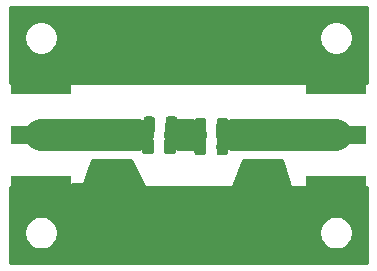
<source format=gbr>
G04 #@! TF.GenerationSoftware,KiCad,Pcbnew,(5.0.2)-1*
G04 #@! TF.CreationDate,2019-06-26T13:49:51+02:00*
G04 #@! TF.ProjectId,2.0,322e302e-6b69-4636-9164-5f7063625858,rev?*
G04 #@! TF.SameCoordinates,Original*
G04 #@! TF.FileFunction,Copper,L1,Top*
G04 #@! TF.FilePolarity,Positive*
%FSLAX46Y46*%
G04 Gerber Fmt 4.6, Leading zero omitted, Abs format (unit mm)*
G04 Created by KiCad (PCBNEW (5.0.2)-1) date 06/26/19 13:49:51*
%MOMM*%
%LPD*%
G01*
G04 APERTURE LIST*
G04 #@! TA.AperFunction,Conductor*
%ADD10C,0.100000*%
G04 #@! TD*
G04 #@! TA.AperFunction,SMDPad,CuDef*
%ADD11C,0.975000*%
G04 #@! TD*
G04 #@! TA.AperFunction,SMDPad,CuDef*
%ADD12R,5.080000X1.500000*%
G04 #@! TD*
G04 #@! TA.AperFunction,ViaPad*
%ADD13C,0.800000*%
G04 #@! TD*
G04 #@! TA.AperFunction,Conductor*
%ADD14C,2.750000*%
G04 #@! TD*
G04 #@! TA.AperFunction,Conductor*
%ADD15C,1.000000*%
G04 #@! TD*
G04 #@! TA.AperFunction,Conductor*
%ADD16C,0.254000*%
G04 #@! TD*
G04 APERTURE END LIST*
D10*
G04 #@! TO.N,Net-(C1-Pad1)*
G04 #@! TO.C,C1*
G36*
X120230142Y-97326174D02*
X120253803Y-97329684D01*
X120277007Y-97335496D01*
X120299529Y-97343554D01*
X120321153Y-97353782D01*
X120341670Y-97366079D01*
X120360883Y-97380329D01*
X120378607Y-97396393D01*
X120394671Y-97414117D01*
X120408921Y-97433330D01*
X120421218Y-97453847D01*
X120431446Y-97475471D01*
X120439504Y-97497993D01*
X120445316Y-97521197D01*
X120448826Y-97544858D01*
X120450000Y-97568750D01*
X120450000Y-98056250D01*
X120448826Y-98080142D01*
X120445316Y-98103803D01*
X120439504Y-98127007D01*
X120431446Y-98149529D01*
X120421218Y-98171153D01*
X120408921Y-98191670D01*
X120394671Y-98210883D01*
X120378607Y-98228607D01*
X120360883Y-98244671D01*
X120341670Y-98258921D01*
X120321153Y-98271218D01*
X120299529Y-98281446D01*
X120277007Y-98289504D01*
X120253803Y-98295316D01*
X120230142Y-98298826D01*
X120206250Y-98300000D01*
X119293750Y-98300000D01*
X119269858Y-98298826D01*
X119246197Y-98295316D01*
X119222993Y-98289504D01*
X119200471Y-98281446D01*
X119178847Y-98271218D01*
X119158330Y-98258921D01*
X119139117Y-98244671D01*
X119121393Y-98228607D01*
X119105329Y-98210883D01*
X119091079Y-98191670D01*
X119078782Y-98171153D01*
X119068554Y-98149529D01*
X119060496Y-98127007D01*
X119054684Y-98103803D01*
X119051174Y-98080142D01*
X119050000Y-98056250D01*
X119050000Y-97568750D01*
X119051174Y-97544858D01*
X119054684Y-97521197D01*
X119060496Y-97497993D01*
X119068554Y-97475471D01*
X119078782Y-97453847D01*
X119091079Y-97433330D01*
X119105329Y-97414117D01*
X119121393Y-97396393D01*
X119139117Y-97380329D01*
X119158330Y-97366079D01*
X119178847Y-97353782D01*
X119200471Y-97343554D01*
X119222993Y-97335496D01*
X119246197Y-97329684D01*
X119269858Y-97326174D01*
X119293750Y-97325000D01*
X120206250Y-97325000D01*
X120230142Y-97326174D01*
X120230142Y-97326174D01*
G37*
D11*
G04 #@! TD*
G04 #@! TO.P,C1,1*
G04 #@! TO.N,Net-(C1-Pad1)*
X119750000Y-97812500D03*
D10*
G04 #@! TO.N,Earth*
G04 #@! TO.C,C1*
G36*
X120230142Y-99201174D02*
X120253803Y-99204684D01*
X120277007Y-99210496D01*
X120299529Y-99218554D01*
X120321153Y-99228782D01*
X120341670Y-99241079D01*
X120360883Y-99255329D01*
X120378607Y-99271393D01*
X120394671Y-99289117D01*
X120408921Y-99308330D01*
X120421218Y-99328847D01*
X120431446Y-99350471D01*
X120439504Y-99372993D01*
X120445316Y-99396197D01*
X120448826Y-99419858D01*
X120450000Y-99443750D01*
X120450000Y-99931250D01*
X120448826Y-99955142D01*
X120445316Y-99978803D01*
X120439504Y-100002007D01*
X120431446Y-100024529D01*
X120421218Y-100046153D01*
X120408921Y-100066670D01*
X120394671Y-100085883D01*
X120378607Y-100103607D01*
X120360883Y-100119671D01*
X120341670Y-100133921D01*
X120321153Y-100146218D01*
X120299529Y-100156446D01*
X120277007Y-100164504D01*
X120253803Y-100170316D01*
X120230142Y-100173826D01*
X120206250Y-100175000D01*
X119293750Y-100175000D01*
X119269858Y-100173826D01*
X119246197Y-100170316D01*
X119222993Y-100164504D01*
X119200471Y-100156446D01*
X119178847Y-100146218D01*
X119158330Y-100133921D01*
X119139117Y-100119671D01*
X119121393Y-100103607D01*
X119105329Y-100085883D01*
X119091079Y-100066670D01*
X119078782Y-100046153D01*
X119068554Y-100024529D01*
X119060496Y-100002007D01*
X119054684Y-99978803D01*
X119051174Y-99955142D01*
X119050000Y-99931250D01*
X119050000Y-99443750D01*
X119051174Y-99419858D01*
X119054684Y-99396197D01*
X119060496Y-99372993D01*
X119068554Y-99350471D01*
X119078782Y-99328847D01*
X119091079Y-99308330D01*
X119105329Y-99289117D01*
X119121393Y-99271393D01*
X119139117Y-99255329D01*
X119158330Y-99241079D01*
X119178847Y-99228782D01*
X119200471Y-99218554D01*
X119222993Y-99210496D01*
X119246197Y-99204684D01*
X119269858Y-99201174D01*
X119293750Y-99200000D01*
X120206250Y-99200000D01*
X120230142Y-99201174D01*
X120230142Y-99201174D01*
G37*
D11*
G04 #@! TD*
G04 #@! TO.P,C1,2*
G04 #@! TO.N,Earth*
X119750000Y-99687500D03*
D10*
G04 #@! TO.N,Net-(C1-Pad1)*
G04 #@! TO.C,C2*
G36*
X122081962Y-97228725D02*
X122105623Y-97232235D01*
X122128827Y-97238047D01*
X122151349Y-97246105D01*
X122172973Y-97256333D01*
X122193490Y-97268630D01*
X122212703Y-97282880D01*
X122230427Y-97298944D01*
X122246491Y-97316668D01*
X122260741Y-97335881D01*
X122273038Y-97356398D01*
X122283266Y-97378022D01*
X122291324Y-97400544D01*
X122297136Y-97423748D01*
X122300646Y-97447409D01*
X122301820Y-97471301D01*
X122301820Y-98383801D01*
X122300646Y-98407693D01*
X122297136Y-98431354D01*
X122291324Y-98454558D01*
X122283266Y-98477080D01*
X122273038Y-98498704D01*
X122260741Y-98519221D01*
X122246491Y-98538434D01*
X122230427Y-98556158D01*
X122212703Y-98572222D01*
X122193490Y-98586472D01*
X122172973Y-98598769D01*
X122151349Y-98608997D01*
X122128827Y-98617055D01*
X122105623Y-98622867D01*
X122081962Y-98626377D01*
X122058070Y-98627551D01*
X121570570Y-98627551D01*
X121546678Y-98626377D01*
X121523017Y-98622867D01*
X121499813Y-98617055D01*
X121477291Y-98608997D01*
X121455667Y-98598769D01*
X121435150Y-98586472D01*
X121415937Y-98572222D01*
X121398213Y-98556158D01*
X121382149Y-98538434D01*
X121367899Y-98519221D01*
X121355602Y-98498704D01*
X121345374Y-98477080D01*
X121337316Y-98454558D01*
X121331504Y-98431354D01*
X121327994Y-98407693D01*
X121326820Y-98383801D01*
X121326820Y-97471301D01*
X121327994Y-97447409D01*
X121331504Y-97423748D01*
X121337316Y-97400544D01*
X121345374Y-97378022D01*
X121355602Y-97356398D01*
X121367899Y-97335881D01*
X121382149Y-97316668D01*
X121398213Y-97298944D01*
X121415937Y-97282880D01*
X121435150Y-97268630D01*
X121455667Y-97256333D01*
X121477291Y-97246105D01*
X121499813Y-97238047D01*
X121523017Y-97232235D01*
X121546678Y-97228725D01*
X121570570Y-97227551D01*
X122058070Y-97227551D01*
X122081962Y-97228725D01*
X122081962Y-97228725D01*
G37*
D11*
G04 #@! TD*
G04 #@! TO.P,C2,2*
G04 #@! TO.N,Net-(C1-Pad1)*
X121814320Y-97927551D03*
D10*
G04 #@! TO.N,Net-(C2-Pad1)*
G04 #@! TO.C,C2*
G36*
X123956962Y-97228725D02*
X123980623Y-97232235D01*
X124003827Y-97238047D01*
X124026349Y-97246105D01*
X124047973Y-97256333D01*
X124068490Y-97268630D01*
X124087703Y-97282880D01*
X124105427Y-97298944D01*
X124121491Y-97316668D01*
X124135741Y-97335881D01*
X124148038Y-97356398D01*
X124158266Y-97378022D01*
X124166324Y-97400544D01*
X124172136Y-97423748D01*
X124175646Y-97447409D01*
X124176820Y-97471301D01*
X124176820Y-98383801D01*
X124175646Y-98407693D01*
X124172136Y-98431354D01*
X124166324Y-98454558D01*
X124158266Y-98477080D01*
X124148038Y-98498704D01*
X124135741Y-98519221D01*
X124121491Y-98538434D01*
X124105427Y-98556158D01*
X124087703Y-98572222D01*
X124068490Y-98586472D01*
X124047973Y-98598769D01*
X124026349Y-98608997D01*
X124003827Y-98617055D01*
X123980623Y-98622867D01*
X123956962Y-98626377D01*
X123933070Y-98627551D01*
X123445570Y-98627551D01*
X123421678Y-98626377D01*
X123398017Y-98622867D01*
X123374813Y-98617055D01*
X123352291Y-98608997D01*
X123330667Y-98598769D01*
X123310150Y-98586472D01*
X123290937Y-98572222D01*
X123273213Y-98556158D01*
X123257149Y-98538434D01*
X123242899Y-98519221D01*
X123230602Y-98498704D01*
X123220374Y-98477080D01*
X123212316Y-98454558D01*
X123206504Y-98431354D01*
X123202994Y-98407693D01*
X123201820Y-98383801D01*
X123201820Y-97471301D01*
X123202994Y-97447409D01*
X123206504Y-97423748D01*
X123212316Y-97400544D01*
X123220374Y-97378022D01*
X123230602Y-97356398D01*
X123242899Y-97335881D01*
X123257149Y-97316668D01*
X123273213Y-97298944D01*
X123290937Y-97282880D01*
X123310150Y-97268630D01*
X123330667Y-97256333D01*
X123352291Y-97246105D01*
X123374813Y-97238047D01*
X123398017Y-97232235D01*
X123421678Y-97228725D01*
X123445570Y-97227551D01*
X123933070Y-97227551D01*
X123956962Y-97228725D01*
X123956962Y-97228725D01*
G37*
D11*
G04 #@! TD*
G04 #@! TO.P,C2,1*
G04 #@! TO.N,Net-(C2-Pad1)*
X123689320Y-97927551D03*
D10*
G04 #@! TO.N,Net-(C3-Pad1)*
G04 #@! TO.C,C3*
G36*
X128378222Y-97301174D02*
X128401883Y-97304684D01*
X128425087Y-97310496D01*
X128447609Y-97318554D01*
X128469233Y-97328782D01*
X128489750Y-97341079D01*
X128508963Y-97355329D01*
X128526687Y-97371393D01*
X128542751Y-97389117D01*
X128557001Y-97408330D01*
X128569298Y-97428847D01*
X128579526Y-97450471D01*
X128587584Y-97472993D01*
X128593396Y-97496197D01*
X128596906Y-97519858D01*
X128598080Y-97543750D01*
X128598080Y-98456250D01*
X128596906Y-98480142D01*
X128593396Y-98503803D01*
X128587584Y-98527007D01*
X128579526Y-98549529D01*
X128569298Y-98571153D01*
X128557001Y-98591670D01*
X128542751Y-98610883D01*
X128526687Y-98628607D01*
X128508963Y-98644671D01*
X128489750Y-98658921D01*
X128469233Y-98671218D01*
X128447609Y-98681446D01*
X128425087Y-98689504D01*
X128401883Y-98695316D01*
X128378222Y-98698826D01*
X128354330Y-98700000D01*
X127866830Y-98700000D01*
X127842938Y-98698826D01*
X127819277Y-98695316D01*
X127796073Y-98689504D01*
X127773551Y-98681446D01*
X127751927Y-98671218D01*
X127731410Y-98658921D01*
X127712197Y-98644671D01*
X127694473Y-98628607D01*
X127678409Y-98610883D01*
X127664159Y-98591670D01*
X127651862Y-98571153D01*
X127641634Y-98549529D01*
X127633576Y-98527007D01*
X127627764Y-98503803D01*
X127624254Y-98480142D01*
X127623080Y-98456250D01*
X127623080Y-97543750D01*
X127624254Y-97519858D01*
X127627764Y-97496197D01*
X127633576Y-97472993D01*
X127641634Y-97450471D01*
X127651862Y-97428847D01*
X127664159Y-97408330D01*
X127678409Y-97389117D01*
X127694473Y-97371393D01*
X127712197Y-97355329D01*
X127731410Y-97341079D01*
X127751927Y-97328782D01*
X127773551Y-97318554D01*
X127796073Y-97310496D01*
X127819277Y-97304684D01*
X127842938Y-97301174D01*
X127866830Y-97300000D01*
X128354330Y-97300000D01*
X128378222Y-97301174D01*
X128378222Y-97301174D01*
G37*
D11*
G04 #@! TD*
G04 #@! TO.P,C3,1*
G04 #@! TO.N,Net-(C3-Pad1)*
X128110580Y-98000000D03*
D10*
G04 #@! TO.N,Net-(C2-Pad1)*
G04 #@! TO.C,C3*
G36*
X126503222Y-97301174D02*
X126526883Y-97304684D01*
X126550087Y-97310496D01*
X126572609Y-97318554D01*
X126594233Y-97328782D01*
X126614750Y-97341079D01*
X126633963Y-97355329D01*
X126651687Y-97371393D01*
X126667751Y-97389117D01*
X126682001Y-97408330D01*
X126694298Y-97428847D01*
X126704526Y-97450471D01*
X126712584Y-97472993D01*
X126718396Y-97496197D01*
X126721906Y-97519858D01*
X126723080Y-97543750D01*
X126723080Y-98456250D01*
X126721906Y-98480142D01*
X126718396Y-98503803D01*
X126712584Y-98527007D01*
X126704526Y-98549529D01*
X126694298Y-98571153D01*
X126682001Y-98591670D01*
X126667751Y-98610883D01*
X126651687Y-98628607D01*
X126633963Y-98644671D01*
X126614750Y-98658921D01*
X126594233Y-98671218D01*
X126572609Y-98681446D01*
X126550087Y-98689504D01*
X126526883Y-98695316D01*
X126503222Y-98698826D01*
X126479330Y-98700000D01*
X125991830Y-98700000D01*
X125967938Y-98698826D01*
X125944277Y-98695316D01*
X125921073Y-98689504D01*
X125898551Y-98681446D01*
X125876927Y-98671218D01*
X125856410Y-98658921D01*
X125837197Y-98644671D01*
X125819473Y-98628607D01*
X125803409Y-98610883D01*
X125789159Y-98591670D01*
X125776862Y-98571153D01*
X125766634Y-98549529D01*
X125758576Y-98527007D01*
X125752764Y-98503803D01*
X125749254Y-98480142D01*
X125748080Y-98456250D01*
X125748080Y-97543750D01*
X125749254Y-97519858D01*
X125752764Y-97496197D01*
X125758576Y-97472993D01*
X125766634Y-97450471D01*
X125776862Y-97428847D01*
X125789159Y-97408330D01*
X125803409Y-97389117D01*
X125819473Y-97371393D01*
X125837197Y-97355329D01*
X125856410Y-97341079D01*
X125876927Y-97328782D01*
X125898551Y-97318554D01*
X125921073Y-97310496D01*
X125944277Y-97304684D01*
X125967938Y-97301174D01*
X125991830Y-97300000D01*
X126479330Y-97300000D01*
X126503222Y-97301174D01*
X126503222Y-97301174D01*
G37*
D11*
G04 #@! TD*
G04 #@! TO.P,C3,2*
G04 #@! TO.N,Net-(C2-Pad1)*
X126235580Y-98000000D03*
D10*
G04 #@! TO.N,Earth*
G04 #@! TO.C,C4*
G36*
X132980142Y-99201174D02*
X133003803Y-99204684D01*
X133027007Y-99210496D01*
X133049529Y-99218554D01*
X133071153Y-99228782D01*
X133091670Y-99241079D01*
X133110883Y-99255329D01*
X133128607Y-99271393D01*
X133144671Y-99289117D01*
X133158921Y-99308330D01*
X133171218Y-99328847D01*
X133181446Y-99350471D01*
X133189504Y-99372993D01*
X133195316Y-99396197D01*
X133198826Y-99419858D01*
X133200000Y-99443750D01*
X133200000Y-99931250D01*
X133198826Y-99955142D01*
X133195316Y-99978803D01*
X133189504Y-100002007D01*
X133181446Y-100024529D01*
X133171218Y-100046153D01*
X133158921Y-100066670D01*
X133144671Y-100085883D01*
X133128607Y-100103607D01*
X133110883Y-100119671D01*
X133091670Y-100133921D01*
X133071153Y-100146218D01*
X133049529Y-100156446D01*
X133027007Y-100164504D01*
X133003803Y-100170316D01*
X132980142Y-100173826D01*
X132956250Y-100175000D01*
X132043750Y-100175000D01*
X132019858Y-100173826D01*
X131996197Y-100170316D01*
X131972993Y-100164504D01*
X131950471Y-100156446D01*
X131928847Y-100146218D01*
X131908330Y-100133921D01*
X131889117Y-100119671D01*
X131871393Y-100103607D01*
X131855329Y-100085883D01*
X131841079Y-100066670D01*
X131828782Y-100046153D01*
X131818554Y-100024529D01*
X131810496Y-100002007D01*
X131804684Y-99978803D01*
X131801174Y-99955142D01*
X131800000Y-99931250D01*
X131800000Y-99443750D01*
X131801174Y-99419858D01*
X131804684Y-99396197D01*
X131810496Y-99372993D01*
X131818554Y-99350471D01*
X131828782Y-99328847D01*
X131841079Y-99308330D01*
X131855329Y-99289117D01*
X131871393Y-99271393D01*
X131889117Y-99255329D01*
X131908330Y-99241079D01*
X131928847Y-99228782D01*
X131950471Y-99218554D01*
X131972993Y-99210496D01*
X131996197Y-99204684D01*
X132019858Y-99201174D01*
X132043750Y-99200000D01*
X132956250Y-99200000D01*
X132980142Y-99201174D01*
X132980142Y-99201174D01*
G37*
D11*
G04 #@! TD*
G04 #@! TO.P,C4,2*
G04 #@! TO.N,Earth*
X132500000Y-99687500D03*
D10*
G04 #@! TO.N,Net-(C3-Pad1)*
G04 #@! TO.C,C4*
G36*
X132980142Y-97326174D02*
X133003803Y-97329684D01*
X133027007Y-97335496D01*
X133049529Y-97343554D01*
X133071153Y-97353782D01*
X133091670Y-97366079D01*
X133110883Y-97380329D01*
X133128607Y-97396393D01*
X133144671Y-97414117D01*
X133158921Y-97433330D01*
X133171218Y-97453847D01*
X133181446Y-97475471D01*
X133189504Y-97497993D01*
X133195316Y-97521197D01*
X133198826Y-97544858D01*
X133200000Y-97568750D01*
X133200000Y-98056250D01*
X133198826Y-98080142D01*
X133195316Y-98103803D01*
X133189504Y-98127007D01*
X133181446Y-98149529D01*
X133171218Y-98171153D01*
X133158921Y-98191670D01*
X133144671Y-98210883D01*
X133128607Y-98228607D01*
X133110883Y-98244671D01*
X133091670Y-98258921D01*
X133071153Y-98271218D01*
X133049529Y-98281446D01*
X133027007Y-98289504D01*
X133003803Y-98295316D01*
X132980142Y-98298826D01*
X132956250Y-98300000D01*
X132043750Y-98300000D01*
X132019858Y-98298826D01*
X131996197Y-98295316D01*
X131972993Y-98289504D01*
X131950471Y-98281446D01*
X131928847Y-98271218D01*
X131908330Y-98258921D01*
X131889117Y-98244671D01*
X131871393Y-98228607D01*
X131855329Y-98210883D01*
X131841079Y-98191670D01*
X131828782Y-98171153D01*
X131818554Y-98149529D01*
X131810496Y-98127007D01*
X131804684Y-98103803D01*
X131801174Y-98080142D01*
X131800000Y-98056250D01*
X131800000Y-97568750D01*
X131801174Y-97544858D01*
X131804684Y-97521197D01*
X131810496Y-97497993D01*
X131818554Y-97475471D01*
X131828782Y-97453847D01*
X131841079Y-97433330D01*
X131855329Y-97414117D01*
X131871393Y-97396393D01*
X131889117Y-97380329D01*
X131908330Y-97366079D01*
X131928847Y-97353782D01*
X131950471Y-97343554D01*
X131972993Y-97335496D01*
X131996197Y-97329684D01*
X132019858Y-97326174D01*
X132043750Y-97325000D01*
X132956250Y-97325000D01*
X132980142Y-97326174D01*
X132980142Y-97326174D01*
G37*
D11*
G04 #@! TD*
G04 #@! TO.P,C4,1*
G04 #@! TO.N,Net-(C3-Pad1)*
X132500000Y-97812500D03*
D12*
G04 #@! TO.P,ENTRADA,2*
G04 #@! TO.N,Earth*
X112750000Y-92750000D03*
X112750000Y-101250000D03*
G04 #@! TO.P,ENTRADA,1*
G04 #@! TO.N,Net-(C1-Pad1)*
X112750000Y-97000000D03*
G04 #@! TD*
G04 #@! TO.P,SALIDA,1*
G04 #@! TO.N,Net-(C3-Pad1)*
X137750000Y-97000000D03*
G04 #@! TO.P,SALIDA,2*
G04 #@! TO.N,Earth*
X137750000Y-92750000D03*
X137750000Y-101250000D03*
G04 #@! TD*
D10*
G04 #@! TO.N,Net-(C1-Pad1)*
G04 #@! TO.C,L1*
G36*
X118230142Y-97326174D02*
X118253803Y-97329684D01*
X118277007Y-97335496D01*
X118299529Y-97343554D01*
X118321153Y-97353782D01*
X118341670Y-97366079D01*
X118360883Y-97380329D01*
X118378607Y-97396393D01*
X118394671Y-97414117D01*
X118408921Y-97433330D01*
X118421218Y-97453847D01*
X118431446Y-97475471D01*
X118439504Y-97497993D01*
X118445316Y-97521197D01*
X118448826Y-97544858D01*
X118450000Y-97568750D01*
X118450000Y-98056250D01*
X118448826Y-98080142D01*
X118445316Y-98103803D01*
X118439504Y-98127007D01*
X118431446Y-98149529D01*
X118421218Y-98171153D01*
X118408921Y-98191670D01*
X118394671Y-98210883D01*
X118378607Y-98228607D01*
X118360883Y-98244671D01*
X118341670Y-98258921D01*
X118321153Y-98271218D01*
X118299529Y-98281446D01*
X118277007Y-98289504D01*
X118253803Y-98295316D01*
X118230142Y-98298826D01*
X118206250Y-98300000D01*
X117293750Y-98300000D01*
X117269858Y-98298826D01*
X117246197Y-98295316D01*
X117222993Y-98289504D01*
X117200471Y-98281446D01*
X117178847Y-98271218D01*
X117158330Y-98258921D01*
X117139117Y-98244671D01*
X117121393Y-98228607D01*
X117105329Y-98210883D01*
X117091079Y-98191670D01*
X117078782Y-98171153D01*
X117068554Y-98149529D01*
X117060496Y-98127007D01*
X117054684Y-98103803D01*
X117051174Y-98080142D01*
X117050000Y-98056250D01*
X117050000Y-97568750D01*
X117051174Y-97544858D01*
X117054684Y-97521197D01*
X117060496Y-97497993D01*
X117068554Y-97475471D01*
X117078782Y-97453847D01*
X117091079Y-97433330D01*
X117105329Y-97414117D01*
X117121393Y-97396393D01*
X117139117Y-97380329D01*
X117158330Y-97366079D01*
X117178847Y-97353782D01*
X117200471Y-97343554D01*
X117222993Y-97335496D01*
X117246197Y-97329684D01*
X117269858Y-97326174D01*
X117293750Y-97325000D01*
X118206250Y-97325000D01*
X118230142Y-97326174D01*
X118230142Y-97326174D01*
G37*
D11*
G04 #@! TD*
G04 #@! TO.P,L1,1*
G04 #@! TO.N,Net-(C1-Pad1)*
X117750000Y-97812500D03*
D10*
G04 #@! TO.N,Earth*
G04 #@! TO.C,L1*
G36*
X118230142Y-99201174D02*
X118253803Y-99204684D01*
X118277007Y-99210496D01*
X118299529Y-99218554D01*
X118321153Y-99228782D01*
X118341670Y-99241079D01*
X118360883Y-99255329D01*
X118378607Y-99271393D01*
X118394671Y-99289117D01*
X118408921Y-99308330D01*
X118421218Y-99328847D01*
X118431446Y-99350471D01*
X118439504Y-99372993D01*
X118445316Y-99396197D01*
X118448826Y-99419858D01*
X118450000Y-99443750D01*
X118450000Y-99931250D01*
X118448826Y-99955142D01*
X118445316Y-99978803D01*
X118439504Y-100002007D01*
X118431446Y-100024529D01*
X118421218Y-100046153D01*
X118408921Y-100066670D01*
X118394671Y-100085883D01*
X118378607Y-100103607D01*
X118360883Y-100119671D01*
X118341670Y-100133921D01*
X118321153Y-100146218D01*
X118299529Y-100156446D01*
X118277007Y-100164504D01*
X118253803Y-100170316D01*
X118230142Y-100173826D01*
X118206250Y-100175000D01*
X117293750Y-100175000D01*
X117269858Y-100173826D01*
X117246197Y-100170316D01*
X117222993Y-100164504D01*
X117200471Y-100156446D01*
X117178847Y-100146218D01*
X117158330Y-100133921D01*
X117139117Y-100119671D01*
X117121393Y-100103607D01*
X117105329Y-100085883D01*
X117091079Y-100066670D01*
X117078782Y-100046153D01*
X117068554Y-100024529D01*
X117060496Y-100002007D01*
X117054684Y-99978803D01*
X117051174Y-99955142D01*
X117050000Y-99931250D01*
X117050000Y-99443750D01*
X117051174Y-99419858D01*
X117054684Y-99396197D01*
X117060496Y-99372993D01*
X117068554Y-99350471D01*
X117078782Y-99328847D01*
X117091079Y-99308330D01*
X117105329Y-99289117D01*
X117121393Y-99271393D01*
X117139117Y-99255329D01*
X117158330Y-99241079D01*
X117178847Y-99228782D01*
X117200471Y-99218554D01*
X117222993Y-99210496D01*
X117246197Y-99204684D01*
X117269858Y-99201174D01*
X117293750Y-99200000D01*
X118206250Y-99200000D01*
X118230142Y-99201174D01*
X118230142Y-99201174D01*
G37*
D11*
G04 #@! TD*
G04 #@! TO.P,L1,2*
G04 #@! TO.N,Earth*
X117750000Y-99687500D03*
D10*
G04 #@! TO.N,Net-(C2-Pad1)*
G04 #@! TO.C,L2*
G36*
X124071963Y-95413726D02*
X124095624Y-95417236D01*
X124118828Y-95423048D01*
X124141350Y-95431106D01*
X124162974Y-95441334D01*
X124183491Y-95453631D01*
X124202704Y-95467881D01*
X124220428Y-95483945D01*
X124236492Y-95501669D01*
X124250742Y-95520882D01*
X124263039Y-95541399D01*
X124273267Y-95563023D01*
X124281325Y-95585545D01*
X124287137Y-95608749D01*
X124290647Y-95632410D01*
X124291821Y-95656302D01*
X124291821Y-96568802D01*
X124290647Y-96592694D01*
X124287137Y-96616355D01*
X124281325Y-96639559D01*
X124273267Y-96662081D01*
X124263039Y-96683705D01*
X124250742Y-96704222D01*
X124236492Y-96723435D01*
X124220428Y-96741159D01*
X124202704Y-96757223D01*
X124183491Y-96771473D01*
X124162974Y-96783770D01*
X124141350Y-96793998D01*
X124118828Y-96802056D01*
X124095624Y-96807868D01*
X124071963Y-96811378D01*
X124048071Y-96812552D01*
X123560571Y-96812552D01*
X123536679Y-96811378D01*
X123513018Y-96807868D01*
X123489814Y-96802056D01*
X123467292Y-96793998D01*
X123445668Y-96783770D01*
X123425151Y-96771473D01*
X123405938Y-96757223D01*
X123388214Y-96741159D01*
X123372150Y-96723435D01*
X123357900Y-96704222D01*
X123345603Y-96683705D01*
X123335375Y-96662081D01*
X123327317Y-96639559D01*
X123321505Y-96616355D01*
X123317995Y-96592694D01*
X123316821Y-96568802D01*
X123316821Y-95656302D01*
X123317995Y-95632410D01*
X123321505Y-95608749D01*
X123327317Y-95585545D01*
X123335375Y-95563023D01*
X123345603Y-95541399D01*
X123357900Y-95520882D01*
X123372150Y-95501669D01*
X123388214Y-95483945D01*
X123405938Y-95467881D01*
X123425151Y-95453631D01*
X123445668Y-95441334D01*
X123467292Y-95431106D01*
X123489814Y-95423048D01*
X123513018Y-95417236D01*
X123536679Y-95413726D01*
X123560571Y-95412552D01*
X124048071Y-95412552D01*
X124071963Y-95413726D01*
X124071963Y-95413726D01*
G37*
D11*
G04 #@! TD*
G04 #@! TO.P,L2,2*
G04 #@! TO.N,Net-(C2-Pad1)*
X123804321Y-96112552D03*
D10*
G04 #@! TO.N,Net-(C1-Pad1)*
G04 #@! TO.C,L2*
G36*
X122196963Y-95413726D02*
X122220624Y-95417236D01*
X122243828Y-95423048D01*
X122266350Y-95431106D01*
X122287974Y-95441334D01*
X122308491Y-95453631D01*
X122327704Y-95467881D01*
X122345428Y-95483945D01*
X122361492Y-95501669D01*
X122375742Y-95520882D01*
X122388039Y-95541399D01*
X122398267Y-95563023D01*
X122406325Y-95585545D01*
X122412137Y-95608749D01*
X122415647Y-95632410D01*
X122416821Y-95656302D01*
X122416821Y-96568802D01*
X122415647Y-96592694D01*
X122412137Y-96616355D01*
X122406325Y-96639559D01*
X122398267Y-96662081D01*
X122388039Y-96683705D01*
X122375742Y-96704222D01*
X122361492Y-96723435D01*
X122345428Y-96741159D01*
X122327704Y-96757223D01*
X122308491Y-96771473D01*
X122287974Y-96783770D01*
X122266350Y-96793998D01*
X122243828Y-96802056D01*
X122220624Y-96807868D01*
X122196963Y-96811378D01*
X122173071Y-96812552D01*
X121685571Y-96812552D01*
X121661679Y-96811378D01*
X121638018Y-96807868D01*
X121614814Y-96802056D01*
X121592292Y-96793998D01*
X121570668Y-96783770D01*
X121550151Y-96771473D01*
X121530938Y-96757223D01*
X121513214Y-96741159D01*
X121497150Y-96723435D01*
X121482900Y-96704222D01*
X121470603Y-96683705D01*
X121460375Y-96662081D01*
X121452317Y-96639559D01*
X121446505Y-96616355D01*
X121442995Y-96592694D01*
X121441821Y-96568802D01*
X121441821Y-95656302D01*
X121442995Y-95632410D01*
X121446505Y-95608749D01*
X121452317Y-95585545D01*
X121460375Y-95563023D01*
X121470603Y-95541399D01*
X121482900Y-95520882D01*
X121497150Y-95501669D01*
X121513214Y-95483945D01*
X121530938Y-95467881D01*
X121550151Y-95453631D01*
X121570668Y-95441334D01*
X121592292Y-95431106D01*
X121614814Y-95423048D01*
X121638018Y-95417236D01*
X121661679Y-95413726D01*
X121685571Y-95412552D01*
X122173071Y-95412552D01*
X122196963Y-95413726D01*
X122196963Y-95413726D01*
G37*
D11*
G04 #@! TD*
G04 #@! TO.P,L2,1*
G04 #@! TO.N,Net-(C1-Pad1)*
X121929321Y-96112552D03*
D10*
G04 #@! TO.N,Net-(C2-Pad1)*
G04 #@! TO.C,L3*
G36*
X126503222Y-95535402D02*
X126526883Y-95538912D01*
X126550087Y-95544724D01*
X126572609Y-95552782D01*
X126594233Y-95563010D01*
X126614750Y-95575307D01*
X126633963Y-95589557D01*
X126651687Y-95605621D01*
X126667751Y-95623345D01*
X126682001Y-95642558D01*
X126694298Y-95663075D01*
X126704526Y-95684699D01*
X126712584Y-95707221D01*
X126718396Y-95730425D01*
X126721906Y-95754086D01*
X126723080Y-95777978D01*
X126723080Y-96690478D01*
X126721906Y-96714370D01*
X126718396Y-96738031D01*
X126712584Y-96761235D01*
X126704526Y-96783757D01*
X126694298Y-96805381D01*
X126682001Y-96825898D01*
X126667751Y-96845111D01*
X126651687Y-96862835D01*
X126633963Y-96878899D01*
X126614750Y-96893149D01*
X126594233Y-96905446D01*
X126572609Y-96915674D01*
X126550087Y-96923732D01*
X126526883Y-96929544D01*
X126503222Y-96933054D01*
X126479330Y-96934228D01*
X125991830Y-96934228D01*
X125967938Y-96933054D01*
X125944277Y-96929544D01*
X125921073Y-96923732D01*
X125898551Y-96915674D01*
X125876927Y-96905446D01*
X125856410Y-96893149D01*
X125837197Y-96878899D01*
X125819473Y-96862835D01*
X125803409Y-96845111D01*
X125789159Y-96825898D01*
X125776862Y-96805381D01*
X125766634Y-96783757D01*
X125758576Y-96761235D01*
X125752764Y-96738031D01*
X125749254Y-96714370D01*
X125748080Y-96690478D01*
X125748080Y-95777978D01*
X125749254Y-95754086D01*
X125752764Y-95730425D01*
X125758576Y-95707221D01*
X125766634Y-95684699D01*
X125776862Y-95663075D01*
X125789159Y-95642558D01*
X125803409Y-95623345D01*
X125819473Y-95605621D01*
X125837197Y-95589557D01*
X125856410Y-95575307D01*
X125876927Y-95563010D01*
X125898551Y-95552782D01*
X125921073Y-95544724D01*
X125944277Y-95538912D01*
X125967938Y-95535402D01*
X125991830Y-95534228D01*
X126479330Y-95534228D01*
X126503222Y-95535402D01*
X126503222Y-95535402D01*
G37*
D11*
G04 #@! TD*
G04 #@! TO.P,L3,1*
G04 #@! TO.N,Net-(C2-Pad1)*
X126235580Y-96234228D03*
D10*
G04 #@! TO.N,Net-(C3-Pad1)*
G04 #@! TO.C,L3*
G36*
X128378222Y-95535402D02*
X128401883Y-95538912D01*
X128425087Y-95544724D01*
X128447609Y-95552782D01*
X128469233Y-95563010D01*
X128489750Y-95575307D01*
X128508963Y-95589557D01*
X128526687Y-95605621D01*
X128542751Y-95623345D01*
X128557001Y-95642558D01*
X128569298Y-95663075D01*
X128579526Y-95684699D01*
X128587584Y-95707221D01*
X128593396Y-95730425D01*
X128596906Y-95754086D01*
X128598080Y-95777978D01*
X128598080Y-96690478D01*
X128596906Y-96714370D01*
X128593396Y-96738031D01*
X128587584Y-96761235D01*
X128579526Y-96783757D01*
X128569298Y-96805381D01*
X128557001Y-96825898D01*
X128542751Y-96845111D01*
X128526687Y-96862835D01*
X128508963Y-96878899D01*
X128489750Y-96893149D01*
X128469233Y-96905446D01*
X128447609Y-96915674D01*
X128425087Y-96923732D01*
X128401883Y-96929544D01*
X128378222Y-96933054D01*
X128354330Y-96934228D01*
X127866830Y-96934228D01*
X127842938Y-96933054D01*
X127819277Y-96929544D01*
X127796073Y-96923732D01*
X127773551Y-96915674D01*
X127751927Y-96905446D01*
X127731410Y-96893149D01*
X127712197Y-96878899D01*
X127694473Y-96862835D01*
X127678409Y-96845111D01*
X127664159Y-96825898D01*
X127651862Y-96805381D01*
X127641634Y-96783757D01*
X127633576Y-96761235D01*
X127627764Y-96738031D01*
X127624254Y-96714370D01*
X127623080Y-96690478D01*
X127623080Y-95777978D01*
X127624254Y-95754086D01*
X127627764Y-95730425D01*
X127633576Y-95707221D01*
X127641634Y-95684699D01*
X127651862Y-95663075D01*
X127664159Y-95642558D01*
X127678409Y-95623345D01*
X127694473Y-95605621D01*
X127712197Y-95589557D01*
X127731410Y-95575307D01*
X127751927Y-95563010D01*
X127773551Y-95552782D01*
X127796073Y-95544724D01*
X127819277Y-95538912D01*
X127842938Y-95535402D01*
X127866830Y-95534228D01*
X128354330Y-95534228D01*
X128378222Y-95535402D01*
X128378222Y-95535402D01*
G37*
D11*
G04 #@! TD*
G04 #@! TO.P,L3,2*
G04 #@! TO.N,Net-(C3-Pad1)*
X128110580Y-96234228D03*
D10*
G04 #@! TO.N,Earth*
G04 #@! TO.C,L4*
G36*
X130980142Y-99201174D02*
X131003803Y-99204684D01*
X131027007Y-99210496D01*
X131049529Y-99218554D01*
X131071153Y-99228782D01*
X131091670Y-99241079D01*
X131110883Y-99255329D01*
X131128607Y-99271393D01*
X131144671Y-99289117D01*
X131158921Y-99308330D01*
X131171218Y-99328847D01*
X131181446Y-99350471D01*
X131189504Y-99372993D01*
X131195316Y-99396197D01*
X131198826Y-99419858D01*
X131200000Y-99443750D01*
X131200000Y-99931250D01*
X131198826Y-99955142D01*
X131195316Y-99978803D01*
X131189504Y-100002007D01*
X131181446Y-100024529D01*
X131171218Y-100046153D01*
X131158921Y-100066670D01*
X131144671Y-100085883D01*
X131128607Y-100103607D01*
X131110883Y-100119671D01*
X131091670Y-100133921D01*
X131071153Y-100146218D01*
X131049529Y-100156446D01*
X131027007Y-100164504D01*
X131003803Y-100170316D01*
X130980142Y-100173826D01*
X130956250Y-100175000D01*
X130043750Y-100175000D01*
X130019858Y-100173826D01*
X129996197Y-100170316D01*
X129972993Y-100164504D01*
X129950471Y-100156446D01*
X129928847Y-100146218D01*
X129908330Y-100133921D01*
X129889117Y-100119671D01*
X129871393Y-100103607D01*
X129855329Y-100085883D01*
X129841079Y-100066670D01*
X129828782Y-100046153D01*
X129818554Y-100024529D01*
X129810496Y-100002007D01*
X129804684Y-99978803D01*
X129801174Y-99955142D01*
X129800000Y-99931250D01*
X129800000Y-99443750D01*
X129801174Y-99419858D01*
X129804684Y-99396197D01*
X129810496Y-99372993D01*
X129818554Y-99350471D01*
X129828782Y-99328847D01*
X129841079Y-99308330D01*
X129855329Y-99289117D01*
X129871393Y-99271393D01*
X129889117Y-99255329D01*
X129908330Y-99241079D01*
X129928847Y-99228782D01*
X129950471Y-99218554D01*
X129972993Y-99210496D01*
X129996197Y-99204684D01*
X130019858Y-99201174D01*
X130043750Y-99200000D01*
X130956250Y-99200000D01*
X130980142Y-99201174D01*
X130980142Y-99201174D01*
G37*
D11*
G04 #@! TD*
G04 #@! TO.P,L4,2*
G04 #@! TO.N,Earth*
X130500000Y-99687500D03*
D10*
G04 #@! TO.N,Net-(C3-Pad1)*
G04 #@! TO.C,L4*
G36*
X130980142Y-97326174D02*
X131003803Y-97329684D01*
X131027007Y-97335496D01*
X131049529Y-97343554D01*
X131071153Y-97353782D01*
X131091670Y-97366079D01*
X131110883Y-97380329D01*
X131128607Y-97396393D01*
X131144671Y-97414117D01*
X131158921Y-97433330D01*
X131171218Y-97453847D01*
X131181446Y-97475471D01*
X131189504Y-97497993D01*
X131195316Y-97521197D01*
X131198826Y-97544858D01*
X131200000Y-97568750D01*
X131200000Y-98056250D01*
X131198826Y-98080142D01*
X131195316Y-98103803D01*
X131189504Y-98127007D01*
X131181446Y-98149529D01*
X131171218Y-98171153D01*
X131158921Y-98191670D01*
X131144671Y-98210883D01*
X131128607Y-98228607D01*
X131110883Y-98244671D01*
X131091670Y-98258921D01*
X131071153Y-98271218D01*
X131049529Y-98281446D01*
X131027007Y-98289504D01*
X131003803Y-98295316D01*
X130980142Y-98298826D01*
X130956250Y-98300000D01*
X130043750Y-98300000D01*
X130019858Y-98298826D01*
X129996197Y-98295316D01*
X129972993Y-98289504D01*
X129950471Y-98281446D01*
X129928847Y-98271218D01*
X129908330Y-98258921D01*
X129889117Y-98244671D01*
X129871393Y-98228607D01*
X129855329Y-98210883D01*
X129841079Y-98191670D01*
X129828782Y-98171153D01*
X129818554Y-98149529D01*
X129810496Y-98127007D01*
X129804684Y-98103803D01*
X129801174Y-98080142D01*
X129800000Y-98056250D01*
X129800000Y-97568750D01*
X129801174Y-97544858D01*
X129804684Y-97521197D01*
X129810496Y-97497993D01*
X129818554Y-97475471D01*
X129828782Y-97453847D01*
X129841079Y-97433330D01*
X129855329Y-97414117D01*
X129871393Y-97396393D01*
X129889117Y-97380329D01*
X129908330Y-97366079D01*
X129928847Y-97353782D01*
X129950471Y-97343554D01*
X129972993Y-97335496D01*
X129996197Y-97329684D01*
X130019858Y-97326174D01*
X130043750Y-97325000D01*
X130956250Y-97325000D01*
X130980142Y-97326174D01*
X130980142Y-97326174D01*
G37*
D11*
G04 #@! TD*
G04 #@! TO.P,L4,1*
G04 #@! TO.N,Net-(C3-Pad1)*
X130500000Y-97812500D03*
D13*
G04 #@! TO.N,Earth*
X123500000Y-107000000D03*
X134000000Y-107000000D03*
X120000000Y-107000000D03*
X130500000Y-107000000D03*
X127000000Y-107000000D03*
X116750000Y-107000000D03*
X116750000Y-101750000D03*
X127000000Y-101750000D03*
X123500000Y-101750000D03*
X134000000Y-101750000D03*
X120000000Y-101750000D03*
X130500000Y-101750000D03*
X118250000Y-104250000D03*
X125250000Y-104250000D03*
X132250000Y-104250000D03*
X121750000Y-104250000D03*
X128750000Y-104250000D03*
X121750000Y-89750000D03*
X132250000Y-89750000D03*
X128750000Y-89750000D03*
X125250000Y-89750000D03*
X118250000Y-89750000D03*
X116500000Y-87250000D03*
X120000000Y-87250000D03*
X123500000Y-87250000D03*
X127000000Y-87250000D03*
X130500000Y-87250000D03*
X134000000Y-87250000D03*
X134000000Y-92250000D03*
X130500000Y-92250000D03*
X127000000Y-92250000D03*
X123500000Y-92250000D03*
X120000000Y-92250000D03*
X116500000Y-92250000D03*
X135500000Y-104250000D03*
X115000000Y-104250000D03*
X135750000Y-89750000D03*
X114750000Y-89750000D03*
G04 #@! TD*
D14*
G04 #@! TO.N,Net-(C1-Pad1)*
X112750000Y-97000000D02*
X119500000Y-97000000D01*
X119250000Y-97000000D02*
X121000000Y-97000000D01*
D15*
X121250000Y-96791873D02*
X121929321Y-96112552D01*
X121250000Y-97000000D02*
X121250000Y-96791873D01*
X121250000Y-97363231D02*
X121814320Y-97927551D01*
X121250000Y-97000000D02*
X121250000Y-97363231D01*
G04 #@! TO.N,Net-(C2-Pad1)*
X123761769Y-98000000D02*
X123689320Y-97927551D01*
X123891769Y-97000000D02*
X124500000Y-97000000D01*
D14*
X125500000Y-97000000D02*
X124500000Y-97000000D01*
D15*
X123804321Y-97812550D02*
X123689320Y-97927551D01*
X123804321Y-96112552D02*
X123804321Y-97812550D01*
X126235580Y-98000000D02*
X126235580Y-96234228D01*
X124500000Y-96808231D02*
X124500000Y-97000000D01*
X123804321Y-96112552D02*
X124500000Y-96808231D01*
X124500000Y-97116871D02*
X124500000Y-96808231D01*
X123689320Y-97927551D02*
X124500000Y-97116871D01*
X125500000Y-96969808D02*
X125500000Y-97000000D01*
X126235580Y-96234228D02*
X125500000Y-96969808D01*
X125500000Y-97264420D02*
X125500000Y-96969808D01*
X126235580Y-98000000D02*
X125500000Y-97264420D01*
G04 #@! TO.N,Net-(C3-Pad1)*
X128110580Y-97034228D02*
X128326352Y-97250000D01*
X128110580Y-96234228D02*
X128110580Y-97034228D01*
X128326352Y-97784228D02*
X128110580Y-98000000D01*
X128326352Y-97250000D02*
X128326352Y-97784228D01*
X128326352Y-97250000D02*
X129000000Y-97250000D01*
D14*
X132460000Y-97000000D02*
X131250000Y-97000000D01*
X137750000Y-97000000D02*
X132460000Y-97000000D01*
X129000000Y-97000000D02*
X131250000Y-97000000D01*
G04 #@! TD*
D16*
G04 #@! TO.N,Earth*
G36*
X140323000Y-92623000D02*
X110177000Y-92623000D01*
X110177000Y-88609453D01*
X111323000Y-88609453D01*
X111323000Y-88890547D01*
X111377838Y-89166241D01*
X111485409Y-89425938D01*
X111641576Y-89659660D01*
X111840340Y-89858424D01*
X112074062Y-90014591D01*
X112333759Y-90122162D01*
X112609453Y-90177000D01*
X112890547Y-90177000D01*
X113166241Y-90122162D01*
X113425938Y-90014591D01*
X113659660Y-89858424D01*
X113858424Y-89659660D01*
X114014591Y-89425938D01*
X114122162Y-89166241D01*
X114177000Y-88890547D01*
X114177000Y-88609453D01*
X136323000Y-88609453D01*
X136323000Y-88890547D01*
X136377838Y-89166241D01*
X136485409Y-89425938D01*
X136641576Y-89659660D01*
X136840340Y-89858424D01*
X137074062Y-90014591D01*
X137333759Y-90122162D01*
X137609453Y-90177000D01*
X137890547Y-90177000D01*
X138166241Y-90122162D01*
X138425938Y-90014591D01*
X138659660Y-89858424D01*
X138858424Y-89659660D01*
X139014591Y-89425938D01*
X139122162Y-89166241D01*
X139177000Y-88890547D01*
X139177000Y-88609453D01*
X139122162Y-88333759D01*
X139014591Y-88074062D01*
X138858424Y-87840340D01*
X138659660Y-87641576D01*
X138425938Y-87485409D01*
X138166241Y-87377838D01*
X137890547Y-87323000D01*
X137609453Y-87323000D01*
X137333759Y-87377838D01*
X137074062Y-87485409D01*
X136840340Y-87641576D01*
X136641576Y-87840340D01*
X136485409Y-88074062D01*
X136377838Y-88333759D01*
X136323000Y-88609453D01*
X114177000Y-88609453D01*
X114122162Y-88333759D01*
X114014591Y-88074062D01*
X113858424Y-87840340D01*
X113659660Y-87641576D01*
X113425938Y-87485409D01*
X113166241Y-87377838D01*
X112890547Y-87323000D01*
X112609453Y-87323000D01*
X112333759Y-87377838D01*
X112074062Y-87485409D01*
X111840340Y-87641576D01*
X111641576Y-87840340D01*
X111485409Y-88074062D01*
X111377838Y-88333759D01*
X111323000Y-88609453D01*
X110177000Y-88609453D01*
X110177000Y-86177000D01*
X140323000Y-86177000D01*
X140323000Y-92623000D01*
X140323000Y-92623000D01*
G37*
X140323000Y-92623000D02*
X110177000Y-92623000D01*
X110177000Y-88609453D01*
X111323000Y-88609453D01*
X111323000Y-88890547D01*
X111377838Y-89166241D01*
X111485409Y-89425938D01*
X111641576Y-89659660D01*
X111840340Y-89858424D01*
X112074062Y-90014591D01*
X112333759Y-90122162D01*
X112609453Y-90177000D01*
X112890547Y-90177000D01*
X113166241Y-90122162D01*
X113425938Y-90014591D01*
X113659660Y-89858424D01*
X113858424Y-89659660D01*
X114014591Y-89425938D01*
X114122162Y-89166241D01*
X114177000Y-88890547D01*
X114177000Y-88609453D01*
X136323000Y-88609453D01*
X136323000Y-88890547D01*
X136377838Y-89166241D01*
X136485409Y-89425938D01*
X136641576Y-89659660D01*
X136840340Y-89858424D01*
X137074062Y-90014591D01*
X137333759Y-90122162D01*
X137609453Y-90177000D01*
X137890547Y-90177000D01*
X138166241Y-90122162D01*
X138425938Y-90014591D01*
X138659660Y-89858424D01*
X138858424Y-89659660D01*
X139014591Y-89425938D01*
X139122162Y-89166241D01*
X139177000Y-88890547D01*
X139177000Y-88609453D01*
X139122162Y-88333759D01*
X139014591Y-88074062D01*
X138858424Y-87840340D01*
X138659660Y-87641576D01*
X138425938Y-87485409D01*
X138166241Y-87377838D01*
X137890547Y-87323000D01*
X137609453Y-87323000D01*
X137333759Y-87377838D01*
X137074062Y-87485409D01*
X136840340Y-87641576D01*
X136641576Y-87840340D01*
X136485409Y-88074062D01*
X136377838Y-88333759D01*
X136323000Y-88609453D01*
X114177000Y-88609453D01*
X114122162Y-88333759D01*
X114014591Y-88074062D01*
X113858424Y-87840340D01*
X113659660Y-87641576D01*
X113425938Y-87485409D01*
X113166241Y-87377838D01*
X112890547Y-87323000D01*
X112609453Y-87323000D01*
X112333759Y-87377838D01*
X112074062Y-87485409D01*
X111840340Y-87641576D01*
X111641576Y-87840340D01*
X111485409Y-88074062D01*
X111377838Y-88333759D01*
X111323000Y-88609453D01*
X110177000Y-88609453D01*
X110177000Y-86177000D01*
X140323000Y-86177000D01*
X140323000Y-92623000D01*
G36*
X121511408Y-101306796D02*
X121524671Y-101327866D01*
X121541789Y-101345943D01*
X121562106Y-101360333D01*
X121584839Y-101370483D01*
X121609116Y-101376003D01*
X121625000Y-101377000D01*
X128875000Y-101377000D01*
X128899776Y-101374560D01*
X128923601Y-101367333D01*
X128945557Y-101355597D01*
X128964803Y-101339803D01*
X128980597Y-101320557D01*
X128993365Y-101296031D01*
X129836877Y-99127000D01*
X133158463Y-99127000D01*
X133879517Y-101290161D01*
X133889667Y-101312894D01*
X133904057Y-101333211D01*
X133922134Y-101350329D01*
X133943204Y-101363592D01*
X133966456Y-101372490D01*
X134000000Y-101377000D01*
X140323001Y-101377000D01*
X140323001Y-107823000D01*
X110177000Y-107823000D01*
X110177000Y-105109453D01*
X111323000Y-105109453D01*
X111323000Y-105390547D01*
X111377838Y-105666241D01*
X111485409Y-105925938D01*
X111641576Y-106159660D01*
X111840340Y-106358424D01*
X112074062Y-106514591D01*
X112333759Y-106622162D01*
X112609453Y-106677000D01*
X112890547Y-106677000D01*
X113166241Y-106622162D01*
X113425938Y-106514591D01*
X113659660Y-106358424D01*
X113858424Y-106159660D01*
X114014591Y-105925938D01*
X114122162Y-105666241D01*
X114177000Y-105390547D01*
X114177000Y-105109453D01*
X136323000Y-105109453D01*
X136323000Y-105390547D01*
X136377838Y-105666241D01*
X136485409Y-105925938D01*
X136641576Y-106159660D01*
X136840340Y-106358424D01*
X137074062Y-106514591D01*
X137333759Y-106622162D01*
X137609453Y-106677000D01*
X137890547Y-106677000D01*
X138166241Y-106622162D01*
X138425938Y-106514591D01*
X138659660Y-106358424D01*
X138858424Y-106159660D01*
X139014591Y-105925938D01*
X139122162Y-105666241D01*
X139177000Y-105390547D01*
X139177000Y-105109453D01*
X139122162Y-104833759D01*
X139014591Y-104574062D01*
X138858424Y-104340340D01*
X138659660Y-104141576D01*
X138425938Y-103985409D01*
X138166241Y-103877838D01*
X137890547Y-103823000D01*
X137609453Y-103823000D01*
X137333759Y-103877838D01*
X137074062Y-103985409D01*
X136840340Y-104141576D01*
X136641576Y-104340340D01*
X136485409Y-104574062D01*
X136377838Y-104833759D01*
X136323000Y-105109453D01*
X114177000Y-105109453D01*
X114122162Y-104833759D01*
X114014591Y-104574062D01*
X113858424Y-104340340D01*
X113659660Y-104141576D01*
X113425938Y-103985409D01*
X113166241Y-103877838D01*
X112890547Y-103823000D01*
X112609453Y-103823000D01*
X112333759Y-103877838D01*
X112074062Y-103985409D01*
X111840340Y-104141576D01*
X111641576Y-104340340D01*
X111485409Y-104574062D01*
X111377838Y-104833759D01*
X111323000Y-105109453D01*
X110177000Y-105109453D01*
X110177000Y-101377000D01*
X110625000Y-101377000D01*
X110630639Y-101376875D01*
X116255639Y-101126875D01*
X116280283Y-101123337D01*
X116303763Y-101115059D01*
X116325176Y-101102360D01*
X116343701Y-101085727D01*
X116358625Y-101065799D01*
X116368914Y-101044593D01*
X117088011Y-99127000D01*
X120421510Y-99127000D01*
X121511408Y-101306796D01*
X121511408Y-101306796D01*
G37*
X121511408Y-101306796D02*
X121524671Y-101327866D01*
X121541789Y-101345943D01*
X121562106Y-101360333D01*
X121584839Y-101370483D01*
X121609116Y-101376003D01*
X121625000Y-101377000D01*
X128875000Y-101377000D01*
X128899776Y-101374560D01*
X128923601Y-101367333D01*
X128945557Y-101355597D01*
X128964803Y-101339803D01*
X128980597Y-101320557D01*
X128993365Y-101296031D01*
X129836877Y-99127000D01*
X133158463Y-99127000D01*
X133879517Y-101290161D01*
X133889667Y-101312894D01*
X133904057Y-101333211D01*
X133922134Y-101350329D01*
X133943204Y-101363592D01*
X133966456Y-101372490D01*
X134000000Y-101377000D01*
X140323001Y-101377000D01*
X140323001Y-107823000D01*
X110177000Y-107823000D01*
X110177000Y-105109453D01*
X111323000Y-105109453D01*
X111323000Y-105390547D01*
X111377838Y-105666241D01*
X111485409Y-105925938D01*
X111641576Y-106159660D01*
X111840340Y-106358424D01*
X112074062Y-106514591D01*
X112333759Y-106622162D01*
X112609453Y-106677000D01*
X112890547Y-106677000D01*
X113166241Y-106622162D01*
X113425938Y-106514591D01*
X113659660Y-106358424D01*
X113858424Y-106159660D01*
X114014591Y-105925938D01*
X114122162Y-105666241D01*
X114177000Y-105390547D01*
X114177000Y-105109453D01*
X136323000Y-105109453D01*
X136323000Y-105390547D01*
X136377838Y-105666241D01*
X136485409Y-105925938D01*
X136641576Y-106159660D01*
X136840340Y-106358424D01*
X137074062Y-106514591D01*
X137333759Y-106622162D01*
X137609453Y-106677000D01*
X137890547Y-106677000D01*
X138166241Y-106622162D01*
X138425938Y-106514591D01*
X138659660Y-106358424D01*
X138858424Y-106159660D01*
X139014591Y-105925938D01*
X139122162Y-105666241D01*
X139177000Y-105390547D01*
X139177000Y-105109453D01*
X139122162Y-104833759D01*
X139014591Y-104574062D01*
X138858424Y-104340340D01*
X138659660Y-104141576D01*
X138425938Y-103985409D01*
X138166241Y-103877838D01*
X137890547Y-103823000D01*
X137609453Y-103823000D01*
X137333759Y-103877838D01*
X137074062Y-103985409D01*
X136840340Y-104141576D01*
X136641576Y-104340340D01*
X136485409Y-104574062D01*
X136377838Y-104833759D01*
X136323000Y-105109453D01*
X114177000Y-105109453D01*
X114122162Y-104833759D01*
X114014591Y-104574062D01*
X113858424Y-104340340D01*
X113659660Y-104141576D01*
X113425938Y-103985409D01*
X113166241Y-103877838D01*
X112890547Y-103823000D01*
X112609453Y-103823000D01*
X112333759Y-103877838D01*
X112074062Y-103985409D01*
X111840340Y-104141576D01*
X111641576Y-104340340D01*
X111485409Y-104574062D01*
X111377838Y-104833759D01*
X111323000Y-105109453D01*
X110177000Y-105109453D01*
X110177000Y-101377000D01*
X110625000Y-101377000D01*
X110630639Y-101376875D01*
X116255639Y-101126875D01*
X116280283Y-101123337D01*
X116303763Y-101115059D01*
X116325176Y-101102360D01*
X116343701Y-101085727D01*
X116358625Y-101065799D01*
X116368914Y-101044593D01*
X117088011Y-99127000D01*
X120421510Y-99127000D01*
X121511408Y-101306796D01*
G04 #@! TD*
M02*

</source>
